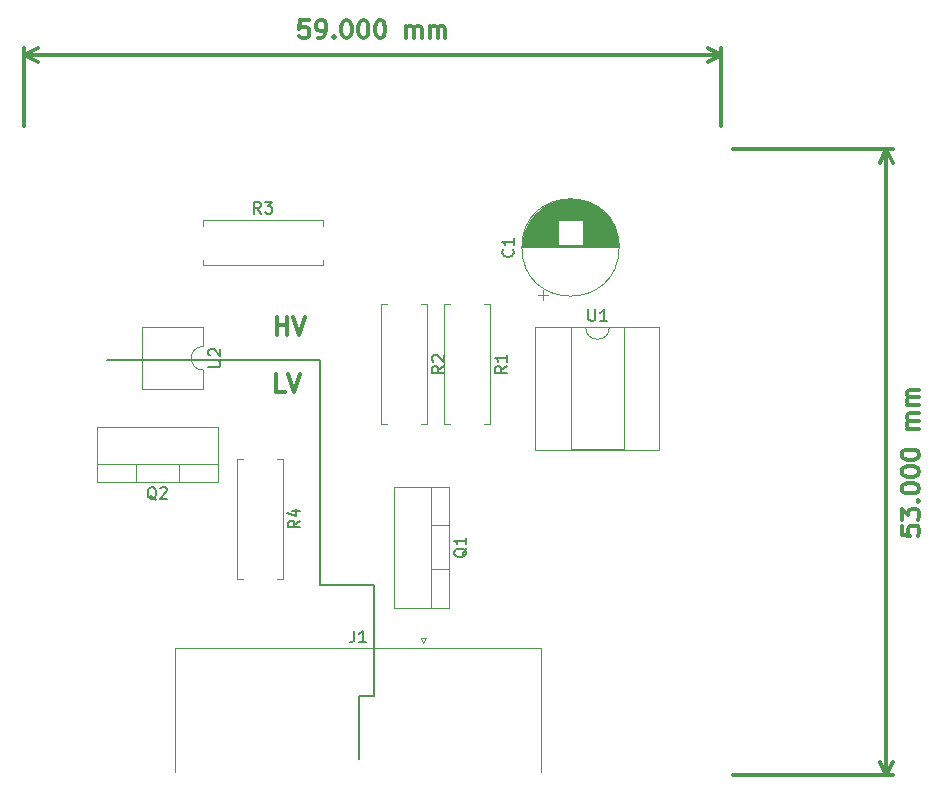
<source format=gbr>
G04 #@! TF.GenerationSoftware,KiCad,Pcbnew,(5.0.2)-1*
G04 #@! TF.CreationDate,2019-02-20T00:52:58+02:00*
G04 #@! TF.ProjectId,TSAL_SMD,5453414c-5f53-44d4-942e-6b696361645f,rev?*
G04 #@! TF.SameCoordinates,Original*
G04 #@! TF.FileFunction,Legend,Top*
G04 #@! TF.FilePolarity,Positive*
%FSLAX46Y46*%
G04 Gerber Fmt 4.6, Leading zero omitted, Abs format (unit mm)*
G04 Created by KiCad (PCBNEW (5.0.2)-1) date 2/20/2019 12:52:58 AM*
%MOMM*%
%LPD*%
G01*
G04 APERTURE LIST*
%ADD10C,0.300000*%
%ADD11C,0.200000*%
%ADD12C,0.120000*%
%ADD13C,0.150000*%
G04 APERTURE END LIST*
D10*
X65071428Y-23078571D02*
X64357142Y-23078571D01*
X64285714Y-23792857D01*
X64357142Y-23721428D01*
X64500000Y-23650000D01*
X64857142Y-23650000D01*
X65000000Y-23721428D01*
X65071428Y-23792857D01*
X65142857Y-23935714D01*
X65142857Y-24292857D01*
X65071428Y-24435714D01*
X65000000Y-24507142D01*
X64857142Y-24578571D01*
X64500000Y-24578571D01*
X64357142Y-24507142D01*
X64285714Y-24435714D01*
X65857142Y-24578571D02*
X66142857Y-24578571D01*
X66285714Y-24507142D01*
X66357142Y-24435714D01*
X66500000Y-24221428D01*
X66571428Y-23935714D01*
X66571428Y-23364285D01*
X66500000Y-23221428D01*
X66428571Y-23150000D01*
X66285714Y-23078571D01*
X66000000Y-23078571D01*
X65857142Y-23150000D01*
X65785714Y-23221428D01*
X65714285Y-23364285D01*
X65714285Y-23721428D01*
X65785714Y-23864285D01*
X65857142Y-23935714D01*
X66000000Y-24007142D01*
X66285714Y-24007142D01*
X66428571Y-23935714D01*
X66500000Y-23864285D01*
X66571428Y-23721428D01*
X67214285Y-24435714D02*
X67285714Y-24507142D01*
X67214285Y-24578571D01*
X67142857Y-24507142D01*
X67214285Y-24435714D01*
X67214285Y-24578571D01*
X68214285Y-23078571D02*
X68357142Y-23078571D01*
X68500000Y-23150000D01*
X68571428Y-23221428D01*
X68642857Y-23364285D01*
X68714285Y-23650000D01*
X68714285Y-24007142D01*
X68642857Y-24292857D01*
X68571428Y-24435714D01*
X68500000Y-24507142D01*
X68357142Y-24578571D01*
X68214285Y-24578571D01*
X68071428Y-24507142D01*
X68000000Y-24435714D01*
X67928571Y-24292857D01*
X67857142Y-24007142D01*
X67857142Y-23650000D01*
X67928571Y-23364285D01*
X68000000Y-23221428D01*
X68071428Y-23150000D01*
X68214285Y-23078571D01*
X69642857Y-23078571D02*
X69785714Y-23078571D01*
X69928571Y-23150000D01*
X70000000Y-23221428D01*
X70071428Y-23364285D01*
X70142857Y-23650000D01*
X70142857Y-24007142D01*
X70071428Y-24292857D01*
X70000000Y-24435714D01*
X69928571Y-24507142D01*
X69785714Y-24578571D01*
X69642857Y-24578571D01*
X69500000Y-24507142D01*
X69428571Y-24435714D01*
X69357142Y-24292857D01*
X69285714Y-24007142D01*
X69285714Y-23650000D01*
X69357142Y-23364285D01*
X69428571Y-23221428D01*
X69500000Y-23150000D01*
X69642857Y-23078571D01*
X71071428Y-23078571D02*
X71214285Y-23078571D01*
X71357142Y-23150000D01*
X71428571Y-23221428D01*
X71500000Y-23364285D01*
X71571428Y-23650000D01*
X71571428Y-24007142D01*
X71500000Y-24292857D01*
X71428571Y-24435714D01*
X71357142Y-24507142D01*
X71214285Y-24578571D01*
X71071428Y-24578571D01*
X70928571Y-24507142D01*
X70857142Y-24435714D01*
X70785714Y-24292857D01*
X70714285Y-24007142D01*
X70714285Y-23650000D01*
X70785714Y-23364285D01*
X70857142Y-23221428D01*
X70928571Y-23150000D01*
X71071428Y-23078571D01*
X73357142Y-24578571D02*
X73357142Y-23578571D01*
X73357142Y-23721428D02*
X73428571Y-23650000D01*
X73571428Y-23578571D01*
X73785714Y-23578571D01*
X73928571Y-23650000D01*
X74000000Y-23792857D01*
X74000000Y-24578571D01*
X74000000Y-23792857D02*
X74071428Y-23650000D01*
X74214285Y-23578571D01*
X74428571Y-23578571D01*
X74571428Y-23650000D01*
X74642857Y-23792857D01*
X74642857Y-24578571D01*
X75357142Y-24578571D02*
X75357142Y-23578571D01*
X75357142Y-23721428D02*
X75428571Y-23650000D01*
X75571428Y-23578571D01*
X75785714Y-23578571D01*
X75928571Y-23650000D01*
X76000000Y-23792857D01*
X76000000Y-24578571D01*
X76000000Y-23792857D02*
X76071428Y-23650000D01*
X76214285Y-23578571D01*
X76428571Y-23578571D01*
X76571428Y-23650000D01*
X76642857Y-23792857D01*
X76642857Y-24578571D01*
X100000000Y-26000000D02*
X41000000Y-26000000D01*
X100000000Y-32000000D02*
X100000000Y-25413579D01*
X41000000Y-32000000D02*
X41000000Y-25413579D01*
X41000000Y-26000000D02*
X42126504Y-25413579D01*
X41000000Y-26000000D02*
X42126504Y-26586421D01*
X100000000Y-26000000D02*
X98873496Y-25413579D01*
X100000000Y-26000000D02*
X98873496Y-26586421D01*
X115278571Y-65928571D02*
X115278571Y-66642857D01*
X115992857Y-66714285D01*
X115921428Y-66642857D01*
X115850000Y-66500000D01*
X115850000Y-66142857D01*
X115921428Y-66000000D01*
X115992857Y-65928571D01*
X116135714Y-65857142D01*
X116492857Y-65857142D01*
X116635714Y-65928571D01*
X116707142Y-66000000D01*
X116778571Y-66142857D01*
X116778571Y-66500000D01*
X116707142Y-66642857D01*
X116635714Y-66714285D01*
X115278571Y-65357142D02*
X115278571Y-64428571D01*
X115850000Y-64928571D01*
X115850000Y-64714285D01*
X115921428Y-64571428D01*
X115992857Y-64500000D01*
X116135714Y-64428571D01*
X116492857Y-64428571D01*
X116635714Y-64500000D01*
X116707142Y-64571428D01*
X116778571Y-64714285D01*
X116778571Y-65142857D01*
X116707142Y-65285714D01*
X116635714Y-65357142D01*
X116635714Y-63785714D02*
X116707142Y-63714285D01*
X116778571Y-63785714D01*
X116707142Y-63857142D01*
X116635714Y-63785714D01*
X116778571Y-63785714D01*
X115278571Y-62785714D02*
X115278571Y-62642857D01*
X115350000Y-62500000D01*
X115421428Y-62428571D01*
X115564285Y-62357142D01*
X115850000Y-62285714D01*
X116207142Y-62285714D01*
X116492857Y-62357142D01*
X116635714Y-62428571D01*
X116707142Y-62500000D01*
X116778571Y-62642857D01*
X116778571Y-62785714D01*
X116707142Y-62928571D01*
X116635714Y-63000000D01*
X116492857Y-63071428D01*
X116207142Y-63142857D01*
X115850000Y-63142857D01*
X115564285Y-63071428D01*
X115421428Y-63000000D01*
X115350000Y-62928571D01*
X115278571Y-62785714D01*
X115278571Y-61357142D02*
X115278571Y-61214285D01*
X115350000Y-61071428D01*
X115421428Y-61000000D01*
X115564285Y-60928571D01*
X115850000Y-60857142D01*
X116207142Y-60857142D01*
X116492857Y-60928571D01*
X116635714Y-61000000D01*
X116707142Y-61071428D01*
X116778571Y-61214285D01*
X116778571Y-61357142D01*
X116707142Y-61500000D01*
X116635714Y-61571428D01*
X116492857Y-61642857D01*
X116207142Y-61714285D01*
X115850000Y-61714285D01*
X115564285Y-61642857D01*
X115421428Y-61571428D01*
X115350000Y-61500000D01*
X115278571Y-61357142D01*
X115278571Y-59928571D02*
X115278571Y-59785714D01*
X115350000Y-59642857D01*
X115421428Y-59571428D01*
X115564285Y-59500000D01*
X115850000Y-59428571D01*
X116207142Y-59428571D01*
X116492857Y-59500000D01*
X116635714Y-59571428D01*
X116707142Y-59642857D01*
X116778571Y-59785714D01*
X116778571Y-59928571D01*
X116707142Y-60071428D01*
X116635714Y-60142857D01*
X116492857Y-60214285D01*
X116207142Y-60285714D01*
X115850000Y-60285714D01*
X115564285Y-60214285D01*
X115421428Y-60142857D01*
X115350000Y-60071428D01*
X115278571Y-59928571D01*
X116778571Y-57642857D02*
X115778571Y-57642857D01*
X115921428Y-57642857D02*
X115850000Y-57571428D01*
X115778571Y-57428571D01*
X115778571Y-57214285D01*
X115850000Y-57071428D01*
X115992857Y-57000000D01*
X116778571Y-57000000D01*
X115992857Y-57000000D02*
X115850000Y-56928571D01*
X115778571Y-56785714D01*
X115778571Y-56571428D01*
X115850000Y-56428571D01*
X115992857Y-56357142D01*
X116778571Y-56357142D01*
X116778571Y-55642857D02*
X115778571Y-55642857D01*
X115921428Y-55642857D02*
X115850000Y-55571428D01*
X115778571Y-55428571D01*
X115778571Y-55214285D01*
X115850000Y-55071428D01*
X115992857Y-55000000D01*
X116778571Y-55000000D01*
X115992857Y-55000000D02*
X115850000Y-54928571D01*
X115778571Y-54785714D01*
X115778571Y-54571428D01*
X115850000Y-54428571D01*
X115992857Y-54357142D01*
X116778571Y-54357142D01*
X114000000Y-87000000D02*
X114000000Y-34000000D01*
X101000000Y-87000000D02*
X114586421Y-87000000D01*
X101000000Y-34000000D02*
X114586421Y-34000000D01*
X114000000Y-34000000D02*
X114586421Y-35126504D01*
X114000000Y-34000000D02*
X113413579Y-35126504D01*
X114000000Y-87000000D02*
X114586421Y-85873496D01*
X114000000Y-87000000D02*
X113413579Y-85873496D01*
X63067428Y-54526571D02*
X62353142Y-54526571D01*
X62353142Y-53026571D01*
X63353142Y-53026571D02*
X63853142Y-54526571D01*
X64353142Y-53026571D01*
X62428571Y-49700571D02*
X62428571Y-48200571D01*
X62428571Y-48914857D02*
X63285714Y-48914857D01*
X63285714Y-49700571D02*
X63285714Y-48200571D01*
X63785714Y-48200571D02*
X64285714Y-49700571D01*
X64785714Y-48200571D01*
D11*
X69342000Y-83058000D02*
X69342000Y-85598000D01*
X69342000Y-80264000D02*
X69342000Y-83058000D01*
X70612000Y-80264000D02*
X69342000Y-80264000D01*
X70612000Y-80010000D02*
X70612000Y-80264000D01*
X70612000Y-79756000D02*
X70612000Y-80010000D01*
X70612000Y-70866000D02*
X70612000Y-79756000D01*
X66040000Y-70866000D02*
X70612000Y-70866000D01*
X66040000Y-51816000D02*
X66040000Y-70866000D01*
X61468000Y-51816000D02*
X66040000Y-51816000D01*
X48006000Y-51816000D02*
X61468000Y-51816000D01*
D12*
G04 #@! TO.C,R3*
X56144000Y-40470000D02*
X56144000Y-39990000D01*
X56144000Y-39990000D02*
X66284000Y-39990000D01*
X66284000Y-39990000D02*
X66284000Y-40470000D01*
X56144000Y-43350000D02*
X56144000Y-43830000D01*
X56144000Y-43830000D02*
X66284000Y-43830000D01*
X66284000Y-43830000D02*
X66284000Y-43350000D01*
G04 #@! TO.C,J1*
X53778000Y-86714000D02*
X53778000Y-76234000D01*
X53778000Y-76234000D02*
X84748000Y-76234000D01*
X84748000Y-76234000D02*
X84748000Y-86714000D01*
X74553000Y-75339662D02*
X75053000Y-75339662D01*
X75053000Y-75339662D02*
X74803000Y-75772675D01*
X74803000Y-75772675D02*
X74553000Y-75339662D01*
G04 #@! TO.C,C1*
X91369000Y-42311000D02*
G75*
G03X91369000Y-42311000I-4120000J0D01*
G01*
X83169000Y-42311000D02*
X91329000Y-42311000D01*
X83169000Y-42271000D02*
X91329000Y-42271000D01*
X83169000Y-42231000D02*
X91329000Y-42231000D01*
X83170000Y-42191000D02*
X91328000Y-42191000D01*
X83172000Y-42151000D02*
X91326000Y-42151000D01*
X83173000Y-42111000D02*
X91325000Y-42111000D01*
X83175000Y-42071000D02*
X86209000Y-42071000D01*
X88289000Y-42071000D02*
X91323000Y-42071000D01*
X83178000Y-42031000D02*
X86209000Y-42031000D01*
X88289000Y-42031000D02*
X91320000Y-42031000D01*
X83181000Y-41991000D02*
X86209000Y-41991000D01*
X88289000Y-41991000D02*
X91317000Y-41991000D01*
X83184000Y-41951000D02*
X86209000Y-41951000D01*
X88289000Y-41951000D02*
X91314000Y-41951000D01*
X83188000Y-41911000D02*
X86209000Y-41911000D01*
X88289000Y-41911000D02*
X91310000Y-41911000D01*
X83192000Y-41871000D02*
X86209000Y-41871000D01*
X88289000Y-41871000D02*
X91306000Y-41871000D01*
X83197000Y-41831000D02*
X86209000Y-41831000D01*
X88289000Y-41831000D02*
X91301000Y-41831000D01*
X83201000Y-41791000D02*
X86209000Y-41791000D01*
X88289000Y-41791000D02*
X91297000Y-41791000D01*
X83207000Y-41751000D02*
X86209000Y-41751000D01*
X88289000Y-41751000D02*
X91291000Y-41751000D01*
X83212000Y-41711000D02*
X86209000Y-41711000D01*
X88289000Y-41711000D02*
X91286000Y-41711000D01*
X83219000Y-41671000D02*
X86209000Y-41671000D01*
X88289000Y-41671000D02*
X91279000Y-41671000D01*
X83225000Y-41631000D02*
X86209000Y-41631000D01*
X88289000Y-41631000D02*
X91273000Y-41631000D01*
X83232000Y-41590000D02*
X86209000Y-41590000D01*
X88289000Y-41590000D02*
X91266000Y-41590000D01*
X83239000Y-41550000D02*
X86209000Y-41550000D01*
X88289000Y-41550000D02*
X91259000Y-41550000D01*
X83247000Y-41510000D02*
X86209000Y-41510000D01*
X88289000Y-41510000D02*
X91251000Y-41510000D01*
X83255000Y-41470000D02*
X86209000Y-41470000D01*
X88289000Y-41470000D02*
X91243000Y-41470000D01*
X83264000Y-41430000D02*
X86209000Y-41430000D01*
X88289000Y-41430000D02*
X91234000Y-41430000D01*
X83273000Y-41390000D02*
X86209000Y-41390000D01*
X88289000Y-41390000D02*
X91225000Y-41390000D01*
X83282000Y-41350000D02*
X86209000Y-41350000D01*
X88289000Y-41350000D02*
X91216000Y-41350000D01*
X83292000Y-41310000D02*
X86209000Y-41310000D01*
X88289000Y-41310000D02*
X91206000Y-41310000D01*
X83302000Y-41270000D02*
X86209000Y-41270000D01*
X88289000Y-41270000D02*
X91196000Y-41270000D01*
X83313000Y-41230000D02*
X86209000Y-41230000D01*
X88289000Y-41230000D02*
X91185000Y-41230000D01*
X83324000Y-41190000D02*
X86209000Y-41190000D01*
X88289000Y-41190000D02*
X91174000Y-41190000D01*
X83335000Y-41150000D02*
X86209000Y-41150000D01*
X88289000Y-41150000D02*
X91163000Y-41150000D01*
X83347000Y-41110000D02*
X86209000Y-41110000D01*
X88289000Y-41110000D02*
X91151000Y-41110000D01*
X83360000Y-41070000D02*
X86209000Y-41070000D01*
X88289000Y-41070000D02*
X91138000Y-41070000D01*
X83372000Y-41030000D02*
X86209000Y-41030000D01*
X88289000Y-41030000D02*
X91126000Y-41030000D01*
X83386000Y-40990000D02*
X86209000Y-40990000D01*
X88289000Y-40990000D02*
X91112000Y-40990000D01*
X83399000Y-40950000D02*
X86209000Y-40950000D01*
X88289000Y-40950000D02*
X91099000Y-40950000D01*
X83414000Y-40910000D02*
X86209000Y-40910000D01*
X88289000Y-40910000D02*
X91084000Y-40910000D01*
X83428000Y-40870000D02*
X86209000Y-40870000D01*
X88289000Y-40870000D02*
X91070000Y-40870000D01*
X83444000Y-40830000D02*
X86209000Y-40830000D01*
X88289000Y-40830000D02*
X91054000Y-40830000D01*
X83459000Y-40790000D02*
X86209000Y-40790000D01*
X88289000Y-40790000D02*
X91039000Y-40790000D01*
X83475000Y-40750000D02*
X86209000Y-40750000D01*
X88289000Y-40750000D02*
X91023000Y-40750000D01*
X83492000Y-40710000D02*
X86209000Y-40710000D01*
X88289000Y-40710000D02*
X91006000Y-40710000D01*
X83509000Y-40670000D02*
X86209000Y-40670000D01*
X88289000Y-40670000D02*
X90989000Y-40670000D01*
X83527000Y-40630000D02*
X86209000Y-40630000D01*
X88289000Y-40630000D02*
X90971000Y-40630000D01*
X83545000Y-40590000D02*
X86209000Y-40590000D01*
X88289000Y-40590000D02*
X90953000Y-40590000D01*
X83563000Y-40550000D02*
X86209000Y-40550000D01*
X88289000Y-40550000D02*
X90935000Y-40550000D01*
X83583000Y-40510000D02*
X86209000Y-40510000D01*
X88289000Y-40510000D02*
X90915000Y-40510000D01*
X83602000Y-40470000D02*
X86209000Y-40470000D01*
X88289000Y-40470000D02*
X90896000Y-40470000D01*
X83622000Y-40430000D02*
X86209000Y-40430000D01*
X88289000Y-40430000D02*
X90876000Y-40430000D01*
X83643000Y-40390000D02*
X86209000Y-40390000D01*
X88289000Y-40390000D02*
X90855000Y-40390000D01*
X83665000Y-40350000D02*
X86209000Y-40350000D01*
X88289000Y-40350000D02*
X90833000Y-40350000D01*
X83687000Y-40310000D02*
X86209000Y-40310000D01*
X88289000Y-40310000D02*
X90811000Y-40310000D01*
X83709000Y-40270000D02*
X86209000Y-40270000D01*
X88289000Y-40270000D02*
X90789000Y-40270000D01*
X83732000Y-40230000D02*
X86209000Y-40230000D01*
X88289000Y-40230000D02*
X90766000Y-40230000D01*
X83756000Y-40190000D02*
X86209000Y-40190000D01*
X88289000Y-40190000D02*
X90742000Y-40190000D01*
X83780000Y-40150000D02*
X86209000Y-40150000D01*
X88289000Y-40150000D02*
X90718000Y-40150000D01*
X83805000Y-40110000D02*
X86209000Y-40110000D01*
X88289000Y-40110000D02*
X90693000Y-40110000D01*
X83831000Y-40070000D02*
X86209000Y-40070000D01*
X88289000Y-40070000D02*
X90667000Y-40070000D01*
X83857000Y-40030000D02*
X86209000Y-40030000D01*
X88289000Y-40030000D02*
X90641000Y-40030000D01*
X83884000Y-39990000D02*
X90614000Y-39990000D01*
X83911000Y-39950000D02*
X90587000Y-39950000D01*
X83940000Y-39910000D02*
X90558000Y-39910000D01*
X83969000Y-39870000D02*
X90529000Y-39870000D01*
X83999000Y-39830000D02*
X90499000Y-39830000D01*
X84029000Y-39790000D02*
X90469000Y-39790000D01*
X84060000Y-39750000D02*
X90438000Y-39750000D01*
X84093000Y-39710000D02*
X90405000Y-39710000D01*
X84125000Y-39670000D02*
X90373000Y-39670000D01*
X84159000Y-39630000D02*
X90339000Y-39630000D01*
X84194000Y-39590000D02*
X90304000Y-39590000D01*
X84230000Y-39550000D02*
X90268000Y-39550000D01*
X84266000Y-39510000D02*
X90232000Y-39510000D01*
X84304000Y-39470000D02*
X90194000Y-39470000D01*
X84342000Y-39430000D02*
X90156000Y-39430000D01*
X84382000Y-39390000D02*
X90116000Y-39390000D01*
X84423000Y-39350000D02*
X90075000Y-39350000D01*
X84465000Y-39310000D02*
X90033000Y-39310000D01*
X84508000Y-39270000D02*
X89990000Y-39270000D01*
X84552000Y-39230000D02*
X89946000Y-39230000D01*
X84598000Y-39190000D02*
X89900000Y-39190000D01*
X84645000Y-39150000D02*
X89853000Y-39150000D01*
X84693000Y-39110000D02*
X89805000Y-39110000D01*
X84744000Y-39070000D02*
X89754000Y-39070000D01*
X84795000Y-39030000D02*
X89703000Y-39030000D01*
X84849000Y-38990000D02*
X89649000Y-38990000D01*
X84904000Y-38950000D02*
X89594000Y-38950000D01*
X84962000Y-38910000D02*
X89536000Y-38910000D01*
X85021000Y-38870000D02*
X89477000Y-38870000D01*
X85083000Y-38830000D02*
X89415000Y-38830000D01*
X85147000Y-38790000D02*
X89351000Y-38790000D01*
X85215000Y-38750000D02*
X89283000Y-38750000D01*
X85285000Y-38710000D02*
X89213000Y-38710000D01*
X85359000Y-38670000D02*
X89139000Y-38670000D01*
X85436000Y-38630000D02*
X89062000Y-38630000D01*
X85518000Y-38590000D02*
X88980000Y-38590000D01*
X85604000Y-38550000D02*
X88894000Y-38550000D01*
X85697000Y-38510000D02*
X88801000Y-38510000D01*
X85796000Y-38470000D02*
X88702000Y-38470000D01*
X85903000Y-38430000D02*
X88595000Y-38430000D01*
X86020000Y-38390000D02*
X88478000Y-38390000D01*
X86151000Y-38350000D02*
X88347000Y-38350000D01*
X86301000Y-38310000D02*
X88197000Y-38310000D01*
X86481000Y-38270000D02*
X88017000Y-38270000D01*
X86716000Y-38230000D02*
X87782000Y-38230000D01*
X84934000Y-46720698D02*
X84934000Y-45920698D01*
X84534000Y-46320698D02*
X85334000Y-46320698D01*
G04 #@! TO.C,Q1*
X76930000Y-62571000D02*
X76930000Y-72811000D01*
X72289000Y-62571000D02*
X72289000Y-72811000D01*
X76930000Y-62571000D02*
X72289000Y-62571000D01*
X76930000Y-72811000D02*
X72289000Y-72811000D01*
X75420000Y-62571000D02*
X75420000Y-72811000D01*
X76930000Y-65841000D02*
X75420000Y-65841000D01*
X76930000Y-69542000D02*
X75420000Y-69542000D01*
G04 #@! TO.C,Q2*
X50424000Y-62149000D02*
X50424000Y-60639000D01*
X54125000Y-62149000D02*
X54125000Y-60639000D01*
X57395000Y-60639000D02*
X47155000Y-60639000D01*
X47155000Y-62149000D02*
X47155000Y-57508000D01*
X57395000Y-62149000D02*
X57395000Y-57508000D01*
X57395000Y-57508000D02*
X47155000Y-57508000D01*
X57395000Y-62149000D02*
X47155000Y-62149000D01*
G04 #@! TO.C,R1*
X76566000Y-57267000D02*
X77046000Y-57267000D01*
X76566000Y-47127000D02*
X76566000Y-57267000D01*
X77046000Y-47127000D02*
X76566000Y-47127000D01*
X80406000Y-57267000D02*
X79926000Y-57267000D01*
X80406000Y-47127000D02*
X80406000Y-57267000D01*
X79926000Y-47127000D02*
X80406000Y-47127000D01*
G04 #@! TO.C,R2*
X74592000Y-47127000D02*
X75072000Y-47127000D01*
X75072000Y-47127000D02*
X75072000Y-57267000D01*
X75072000Y-57267000D02*
X74592000Y-57267000D01*
X71712000Y-47127000D02*
X71232000Y-47127000D01*
X71232000Y-47127000D02*
X71232000Y-57267000D01*
X71232000Y-57267000D02*
X71712000Y-57267000D01*
G04 #@! TO.C,R4*
X59040000Y-70348000D02*
X59520000Y-70348000D01*
X59040000Y-60208000D02*
X59040000Y-70348000D01*
X59520000Y-60208000D02*
X59040000Y-60208000D01*
X62880000Y-70348000D02*
X62400000Y-70348000D01*
X62880000Y-60208000D02*
X62880000Y-70348000D01*
X62400000Y-60208000D02*
X62880000Y-60208000D01*
G04 #@! TO.C,U1*
X90535000Y-49089000D02*
G75*
G02X88535000Y-49089000I-1000000J0D01*
G01*
X88535000Y-49089000D02*
X87285000Y-49089000D01*
X87285000Y-49089000D02*
X87285000Y-59369000D01*
X87285000Y-59369000D02*
X91785000Y-59369000D01*
X91785000Y-59369000D02*
X91785000Y-49089000D01*
X91785000Y-49089000D02*
X90535000Y-49089000D01*
X84285000Y-49029000D02*
X84285000Y-59429000D01*
X84285000Y-59429000D02*
X94785000Y-59429000D01*
X94785000Y-59429000D02*
X94785000Y-49029000D01*
X94785000Y-49029000D02*
X84285000Y-49029000D01*
G04 #@! TO.C,U2*
X56145000Y-52689000D02*
G75*
G02X56145000Y-50689000I0J1000000D01*
G01*
X56145000Y-50689000D02*
X56145000Y-49039000D01*
X56145000Y-49039000D02*
X50945000Y-49039000D01*
X50945000Y-49039000D02*
X50945000Y-54339000D01*
X50945000Y-54339000D02*
X56145000Y-54339000D01*
X56145000Y-54339000D02*
X56145000Y-52689000D01*
G04 #@! TO.C,R3*
D13*
X61047333Y-39442380D02*
X60714000Y-38966190D01*
X60475904Y-39442380D02*
X60475904Y-38442380D01*
X60856857Y-38442380D01*
X60952095Y-38490000D01*
X60999714Y-38537619D01*
X61047333Y-38632857D01*
X61047333Y-38775714D01*
X60999714Y-38870952D01*
X60952095Y-38918571D01*
X60856857Y-38966190D01*
X60475904Y-38966190D01*
X61380666Y-38442380D02*
X61999714Y-38442380D01*
X61666380Y-38823333D01*
X61809238Y-38823333D01*
X61904476Y-38870952D01*
X61952095Y-38918571D01*
X61999714Y-39013809D01*
X61999714Y-39251904D01*
X61952095Y-39347142D01*
X61904476Y-39394761D01*
X61809238Y-39442380D01*
X61523523Y-39442380D01*
X61428285Y-39394761D01*
X61380666Y-39347142D01*
G04 #@! TO.C,J1*
X68929666Y-74746380D02*
X68929666Y-75460666D01*
X68882047Y-75603523D01*
X68786809Y-75698761D01*
X68643952Y-75746380D01*
X68548714Y-75746380D01*
X69929666Y-75746380D02*
X69358238Y-75746380D01*
X69643952Y-75746380D02*
X69643952Y-74746380D01*
X69548714Y-74889238D01*
X69453476Y-74984476D01*
X69358238Y-75032095D01*
G04 #@! TO.C,C1*
X82356142Y-42477666D02*
X82403761Y-42525285D01*
X82451380Y-42668142D01*
X82451380Y-42763380D01*
X82403761Y-42906238D01*
X82308523Y-43001476D01*
X82213285Y-43049095D01*
X82022809Y-43096714D01*
X81879952Y-43096714D01*
X81689476Y-43049095D01*
X81594238Y-43001476D01*
X81499000Y-42906238D01*
X81451380Y-42763380D01*
X81451380Y-42668142D01*
X81499000Y-42525285D01*
X81546619Y-42477666D01*
X82451380Y-41525285D02*
X82451380Y-42096714D01*
X82451380Y-41811000D02*
X81451380Y-41811000D01*
X81594238Y-41906238D01*
X81689476Y-42001476D01*
X81737095Y-42096714D01*
G04 #@! TO.C,Q1*
X78477619Y-67786238D02*
X78430000Y-67881476D01*
X78334761Y-67976714D01*
X78191904Y-68119571D01*
X78144285Y-68214809D01*
X78144285Y-68310047D01*
X78382380Y-68262428D02*
X78334761Y-68357666D01*
X78239523Y-68452904D01*
X78049047Y-68500523D01*
X77715714Y-68500523D01*
X77525238Y-68452904D01*
X77430000Y-68357666D01*
X77382380Y-68262428D01*
X77382380Y-68071952D01*
X77430000Y-67976714D01*
X77525238Y-67881476D01*
X77715714Y-67833857D01*
X78049047Y-67833857D01*
X78239523Y-67881476D01*
X78334761Y-67976714D01*
X78382380Y-68071952D01*
X78382380Y-68262428D01*
X78382380Y-66881476D02*
X78382380Y-67452904D01*
X78382380Y-67167190D02*
X77382380Y-67167190D01*
X77525238Y-67262428D01*
X77620476Y-67357666D01*
X77668095Y-67452904D01*
G04 #@! TO.C,Q2*
X52179761Y-63696619D02*
X52084523Y-63649000D01*
X51989285Y-63553761D01*
X51846428Y-63410904D01*
X51751190Y-63363285D01*
X51655952Y-63363285D01*
X51703571Y-63601380D02*
X51608333Y-63553761D01*
X51513095Y-63458523D01*
X51465476Y-63268047D01*
X51465476Y-62934714D01*
X51513095Y-62744238D01*
X51608333Y-62649000D01*
X51703571Y-62601380D01*
X51894047Y-62601380D01*
X51989285Y-62649000D01*
X52084523Y-62744238D01*
X52132142Y-62934714D01*
X52132142Y-63268047D01*
X52084523Y-63458523D01*
X51989285Y-63553761D01*
X51894047Y-63601380D01*
X51703571Y-63601380D01*
X52513095Y-62696619D02*
X52560714Y-62649000D01*
X52655952Y-62601380D01*
X52894047Y-62601380D01*
X52989285Y-62649000D01*
X53036904Y-62696619D01*
X53084523Y-62791857D01*
X53084523Y-62887095D01*
X53036904Y-63029952D01*
X52465476Y-63601380D01*
X53084523Y-63601380D01*
G04 #@! TO.C,R1*
X81858380Y-52363666D02*
X81382190Y-52697000D01*
X81858380Y-52935095D02*
X80858380Y-52935095D01*
X80858380Y-52554142D01*
X80906000Y-52458904D01*
X80953619Y-52411285D01*
X81048857Y-52363666D01*
X81191714Y-52363666D01*
X81286952Y-52411285D01*
X81334571Y-52458904D01*
X81382190Y-52554142D01*
X81382190Y-52935095D01*
X81858380Y-51411285D02*
X81858380Y-51982714D01*
X81858380Y-51697000D02*
X80858380Y-51697000D01*
X81001238Y-51792238D01*
X81096476Y-51887476D01*
X81144095Y-51982714D01*
G04 #@! TO.C,R2*
X76524380Y-52363666D02*
X76048190Y-52697000D01*
X76524380Y-52935095D02*
X75524380Y-52935095D01*
X75524380Y-52554142D01*
X75572000Y-52458904D01*
X75619619Y-52411285D01*
X75714857Y-52363666D01*
X75857714Y-52363666D01*
X75952952Y-52411285D01*
X76000571Y-52458904D01*
X76048190Y-52554142D01*
X76048190Y-52935095D01*
X75619619Y-51982714D02*
X75572000Y-51935095D01*
X75524380Y-51839857D01*
X75524380Y-51601761D01*
X75572000Y-51506523D01*
X75619619Y-51458904D01*
X75714857Y-51411285D01*
X75810095Y-51411285D01*
X75952952Y-51458904D01*
X76524380Y-52030333D01*
X76524380Y-51411285D01*
G04 #@! TO.C,R4*
X64332380Y-65444666D02*
X63856190Y-65778000D01*
X64332380Y-66016095D02*
X63332380Y-66016095D01*
X63332380Y-65635142D01*
X63380000Y-65539904D01*
X63427619Y-65492285D01*
X63522857Y-65444666D01*
X63665714Y-65444666D01*
X63760952Y-65492285D01*
X63808571Y-65539904D01*
X63856190Y-65635142D01*
X63856190Y-66016095D01*
X63665714Y-64587523D02*
X64332380Y-64587523D01*
X63284761Y-64825619D02*
X63999047Y-65063714D01*
X63999047Y-64444666D01*
G04 #@! TO.C,U1*
X88773095Y-47541380D02*
X88773095Y-48350904D01*
X88820714Y-48446142D01*
X88868333Y-48493761D01*
X88963571Y-48541380D01*
X89154047Y-48541380D01*
X89249285Y-48493761D01*
X89296904Y-48446142D01*
X89344523Y-48350904D01*
X89344523Y-47541380D01*
X90344523Y-48541380D02*
X89773095Y-48541380D01*
X90058809Y-48541380D02*
X90058809Y-47541380D01*
X89963571Y-47684238D01*
X89868333Y-47779476D01*
X89773095Y-47827095D01*
G04 #@! TO.C,U2*
X56597380Y-52450904D02*
X57406904Y-52450904D01*
X57502142Y-52403285D01*
X57549761Y-52355666D01*
X57597380Y-52260428D01*
X57597380Y-52069952D01*
X57549761Y-51974714D01*
X57502142Y-51927095D01*
X57406904Y-51879476D01*
X56597380Y-51879476D01*
X56692619Y-51450904D02*
X56645000Y-51403285D01*
X56597380Y-51308047D01*
X56597380Y-51069952D01*
X56645000Y-50974714D01*
X56692619Y-50927095D01*
X56787857Y-50879476D01*
X56883095Y-50879476D01*
X57025952Y-50927095D01*
X57597380Y-51498523D01*
X57597380Y-50879476D01*
G04 #@! TD*
M02*

</source>
